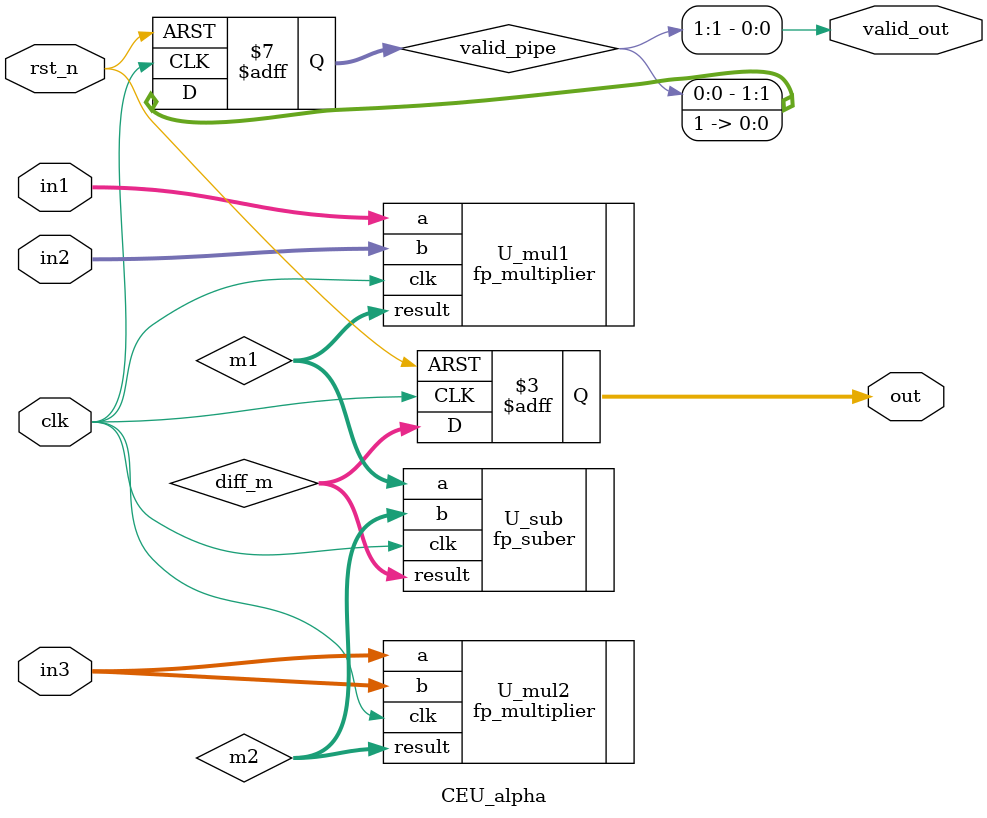
<source format=sv>
`timescale 1ns / 1ps

module CEU_alpha #(
    parameter DBL_WIDTH = 64
)(
    input  logic                   clk,
    input  logic                   rst_n,
    input  logic [DBL_WIDTH-1:0]   in1,    // ¶ÔÓ¦ a
    input  logic [DBL_WIDTH-1:0]   in2,    // ¶ÔÓ¦ d
    input  logic [DBL_WIDTH-1:0]   in3,    // ¶ÔÓ¦ x
    output logic [DBL_WIDTH-1:0]   out,    // Êä³ö ¦Á
    output logic                   valid_out
);

    `include "fp_arithmetic.svh"

    // ------------------- ¶¥²ã×ÓÄ£¿éºÍÁ¬Ïß -------------------
    // Stage1 ³Ë·¨½á¹û
    wire [DBL_WIDTH-1:0] m1;         // in1 * in2
    wire [DBL_WIDTH-1:0] m2;         // in3 * in3

    fp_multiplier U_mul1 (
        .clk    (clk),
        .a      (in1),
        .b      (in2),
        .result (m1)
    );
    fp_multiplier U_mul2 (
        .clk    (clk),
        .a      (in3),
        .b      (in3),
        .result (m2)
    );

    // Stage2 ²ÉÓÃ×¨ÓÃ¸¡µã¼õ·¨ IP
    wire [DBL_WIDTH-1:0] diff_m;    // m1 - m2
    fp_suber U_sub (
        .clk    (clk),
        .a      (m1),
        .b      (m2),
        .result (diff_m)
    );

    // ------------------- Á÷Ë®Ïß¼Ä´æÆ÷ -------------------
    // Stage1 reg ±£´æ m1, m2
    logic [DBL_WIDTH-1:0] stage1_m1, stage1_m2;
    // Stage2 reg ±£´æ diff_m
    logic [DBL_WIDTH-1:0] stage2_diff;
    // ¹ÜÏßÓÐÐ§ÐÅºÅ£¬¹²Á½¼¶
    logic [1:0] valid_pipe;

    // ------------------- Ê±ÐòÂß¼­ -------------------
    always_ff @(posedge clk or negedge rst_n) begin
        if (!rst_n) begin
            stage1_m1   <= '0;
            stage1_m2   <= '0;
            stage2_diff <= '0;
            valid_pipe  <= 2'b00;
            out         <= '0;
        end else begin
            // ½×¶Î1½á¹û¼Ä´æ
            stage1_m1 <= m1;
            stage1_m2 <= m2;
            // ½×¶Î2½á¹û¼Ä´æ²¢Êä³ö
            stage2_diff <= diff_m;
            out         <= diff_m;
            // ÓÐÐ§ÐÅºÅÒÆÎ»×¢Èë
            valid_pipe  <= { valid_pipe[0], 1'b1 };
        end
    end

    assign valid_out = valid_pipe[1];

endmodule

</source>
